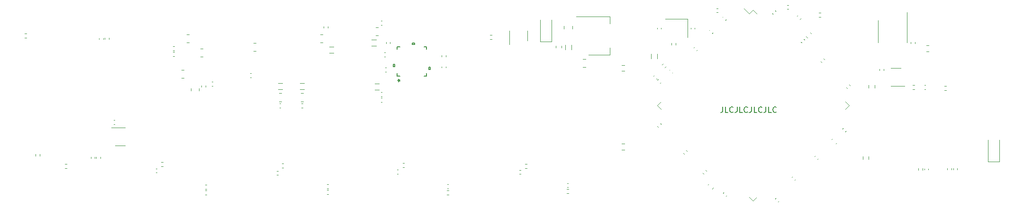
<source format=gbr>
%TF.GenerationSoftware,KiCad,Pcbnew,(5.1.8-0-10_14)*%
%TF.CreationDate,2021-02-06T10:55:23+01:00*%
%TF.ProjectId,PoundingSystem,506f756e-6469-46e6-9753-797374656d2e,rev?*%
%TF.SameCoordinates,Original*%
%TF.FileFunction,Legend,Top*%
%TF.FilePolarity,Positive*%
%FSLAX46Y46*%
G04 Gerber Fmt 4.6, Leading zero omitted, Abs format (unit mm)*
G04 Created by KiCad (PCBNEW (5.1.8-0-10_14)) date 2021-02-06 10:55:23*
%MOMM*%
%LPD*%
G01*
G04 APERTURE LIST*
%ADD10C,0.150000*%
%ADD11C,0.120000*%
%ADD12C,0.152400*%
G04 APERTURE END LIST*
D10*
X166180952Y-93272380D02*
X166180952Y-93986666D01*
X166133333Y-94129523D01*
X166038095Y-94224761D01*
X165895238Y-94272380D01*
X165800000Y-94272380D01*
X167133333Y-94272380D02*
X166657142Y-94272380D01*
X166657142Y-93272380D01*
X168038095Y-94177142D02*
X167990476Y-94224761D01*
X167847619Y-94272380D01*
X167752380Y-94272380D01*
X167609523Y-94224761D01*
X167514285Y-94129523D01*
X167466666Y-94034285D01*
X167419047Y-93843809D01*
X167419047Y-93700952D01*
X167466666Y-93510476D01*
X167514285Y-93415238D01*
X167609523Y-93320000D01*
X167752380Y-93272380D01*
X167847619Y-93272380D01*
X167990476Y-93320000D01*
X168038095Y-93367619D01*
X168752380Y-93272380D02*
X168752380Y-93986666D01*
X168704761Y-94129523D01*
X168609523Y-94224761D01*
X168466666Y-94272380D01*
X168371428Y-94272380D01*
X169704761Y-94272380D02*
X169228571Y-94272380D01*
X169228571Y-93272380D01*
X170609523Y-94177142D02*
X170561904Y-94224761D01*
X170419047Y-94272380D01*
X170323809Y-94272380D01*
X170180952Y-94224761D01*
X170085714Y-94129523D01*
X170038095Y-94034285D01*
X169990476Y-93843809D01*
X169990476Y-93700952D01*
X170038095Y-93510476D01*
X170085714Y-93415238D01*
X170180952Y-93320000D01*
X170323809Y-93272380D01*
X170419047Y-93272380D01*
X170561904Y-93320000D01*
X170609523Y-93367619D01*
X171323809Y-93272380D02*
X171323809Y-93986666D01*
X171276190Y-94129523D01*
X171180952Y-94224761D01*
X171038095Y-94272380D01*
X170942857Y-94272380D01*
X172276190Y-94272380D02*
X171800000Y-94272380D01*
X171800000Y-93272380D01*
X173180952Y-94177142D02*
X173133333Y-94224761D01*
X172990476Y-94272380D01*
X172895238Y-94272380D01*
X172752380Y-94224761D01*
X172657142Y-94129523D01*
X172609523Y-94034285D01*
X172561904Y-93843809D01*
X172561904Y-93700952D01*
X172609523Y-93510476D01*
X172657142Y-93415238D01*
X172752380Y-93320000D01*
X172895238Y-93272380D01*
X172990476Y-93272380D01*
X173133333Y-93320000D01*
X173180952Y-93367619D01*
X173895238Y-93272380D02*
X173895238Y-93986666D01*
X173847619Y-94129523D01*
X173752380Y-94224761D01*
X173609523Y-94272380D01*
X173514285Y-94272380D01*
X174847619Y-94272380D02*
X174371428Y-94272380D01*
X174371428Y-93272380D01*
X175752380Y-94177142D02*
X175704761Y-94224761D01*
X175561904Y-94272380D01*
X175466666Y-94272380D01*
X175323809Y-94224761D01*
X175228571Y-94129523D01*
X175180952Y-94034285D01*
X175133333Y-93843809D01*
X175133333Y-93700952D01*
X175180952Y-93510476D01*
X175228571Y-93415238D01*
X175323809Y-93320000D01*
X175466666Y-93272380D01*
X175561904Y-93272380D01*
X175704761Y-93320000D01*
X175752380Y-93367619D01*
D11*
%TO.C,R6*%
X203012258Y-83326500D02*
X202537742Y-83326500D01*
X203012258Y-82281500D02*
X202537742Y-82281500D01*
%TO.C,U2*%
X193965000Y-79750000D02*
X193965000Y-81700000D01*
X193965000Y-79750000D02*
X193965000Y-77800000D01*
X199085000Y-79750000D02*
X199085000Y-81700000D01*
X199085000Y-79750000D02*
X199085000Y-76300000D01*
%TO.C,C9*%
X199792000Y-81895836D02*
X199792000Y-81680164D01*
X200512000Y-81895836D02*
X200512000Y-81680164D01*
%TO.C,R37*%
X183356359Y-76390000D02*
X183663641Y-76390000D01*
X183356359Y-77150000D02*
X183663641Y-77150000D01*
%TO.C,R36*%
X155324659Y-85691940D02*
X155541940Y-85474659D01*
X155862060Y-86229341D02*
X156079341Y-86012060D01*
%TO.C,R35*%
X48953641Y-104230000D02*
X48646359Y-104230000D01*
X48953641Y-103470000D02*
X48646359Y-103470000D01*
%TO.C,R34*%
X41768641Y-80880000D02*
X41461359Y-80880000D01*
X41768641Y-80120000D02*
X41461359Y-80120000D01*
%TO.C,R5*%
X205796359Y-89570000D02*
X206103641Y-89570000D01*
X205796359Y-90330000D02*
X206103641Y-90330000D01*
%TO.C,C12*%
X157150307Y-87198810D02*
X157302810Y-87046307D01*
X156641190Y-86689693D02*
X156793693Y-86537190D01*
%TO.C,C67*%
X183871693Y-85280810D02*
X183719190Y-85128307D01*
X184380810Y-84771693D02*
X184228307Y-84619190D01*
%TO.C,C66*%
X188421693Y-89930810D02*
X188269190Y-89778307D01*
X188930810Y-89421693D02*
X188778307Y-89269190D01*
%TO.C,C64*%
X180321693Y-81780810D02*
X180169190Y-81628307D01*
X180830810Y-81271693D02*
X180678307Y-81119190D01*
%TO.C,C61*%
X175517718Y-76008601D02*
X175670221Y-76161104D01*
X175008601Y-76517718D02*
X175161104Y-76670221D01*
%TO.C,C14*%
X153955944Y-87612616D02*
X153803441Y-87765119D01*
X154465061Y-88121733D02*
X154312558Y-88274236D01*
%TO.C,C8*%
X161680810Y-83028307D02*
X161528307Y-83180810D01*
X161171693Y-82519190D02*
X161019190Y-82671693D01*
%TO.C,C7*%
X164420221Y-79938896D02*
X164267718Y-80091399D01*
X163911104Y-79429779D02*
X163758601Y-79582282D01*
%TO.C,C6*%
X155028307Y-96219190D02*
X155180810Y-96371693D01*
X154519190Y-96728307D02*
X154671693Y-96880810D01*
%TO.C,C5*%
X163117718Y-104608601D02*
X163270221Y-104761104D01*
X162608601Y-105117718D02*
X162761104Y-105270221D01*
%TO.C,C4*%
X166129779Y-77211104D02*
X166282282Y-77058601D01*
X166638896Y-77720221D02*
X166791399Y-77567718D01*
%TO.C,C3*%
X159638896Y-101079779D02*
X159791399Y-101232282D01*
X159129779Y-101588896D02*
X159282282Y-101741399D01*
%TO.C,U13*%
X170928249Y-76545625D02*
X169998403Y-75615780D01*
X171600000Y-75873874D02*
X170928249Y-76545625D01*
X172271751Y-76545625D02*
X171600000Y-75873874D01*
X188726126Y-93000000D02*
X188054375Y-93671751D01*
X188054375Y-92328249D02*
X188726126Y-93000000D01*
X154473874Y-93000000D02*
X155145625Y-92328249D01*
X155145625Y-93671751D02*
X154473874Y-93000000D01*
X171600000Y-110126126D02*
X172271751Y-109454375D01*
X170928249Y-109454375D02*
X171600000Y-110126126D01*
%TO.C,R16*%
X148637258Y-99877500D02*
X148162742Y-99877500D01*
X148637258Y-100922500D02*
X148162742Y-100922500D01*
%TO.C,C65*%
X179034131Y-106404134D02*
X179186634Y-106251631D01*
X178525014Y-105895017D02*
X178677517Y-105742514D01*
%TO.C,C63*%
X176041669Y-110261672D02*
X176194172Y-110109169D01*
X175532552Y-109752555D02*
X175685055Y-109600052D01*
%TO.C,C62*%
X183116889Y-102630515D02*
X183269392Y-102478012D01*
X182607772Y-102121398D02*
X182760275Y-101968895D01*
%TO.C,C60*%
X166728307Y-109230810D02*
X166880810Y-109078307D01*
X166219190Y-108721693D02*
X166371693Y-108569190D01*
%TO.C,C59*%
X188055412Y-97714557D02*
X188207915Y-97562054D01*
X187546295Y-97205440D02*
X187698798Y-97052937D01*
%TO.C,C58*%
X182010030Y-80138781D02*
X181811219Y-79939970D01*
X181288781Y-80860030D02*
X181089970Y-80661219D01*
%TO.C,C21*%
X165307836Y-75640000D02*
X165092164Y-75640000D01*
X165307836Y-76360000D02*
X165092164Y-76360000D01*
%TO.C,C15*%
X164261219Y-107960030D02*
X164460030Y-107761219D01*
X163539970Y-107238781D02*
X163738781Y-107039970D01*
%TO.C,C1*%
X141188748Y-84665000D02*
X141711252Y-84665000D01*
X141188748Y-86135000D02*
X141711252Y-86135000D01*
%TO.C,R15*%
X191227500Y-102662258D02*
X191227500Y-102187742D01*
X192272500Y-102662258D02*
X192272500Y-102187742D01*
%TO.C,R4*%
X193322500Y-89387742D02*
X193322500Y-89862258D01*
X192277500Y-89387742D02*
X192277500Y-89862258D01*
%TO.C,R3*%
X148637258Y-86822500D02*
X148162742Y-86822500D01*
X148637258Y-85777500D02*
X148162742Y-85777500D01*
D12*
%TO.C,U7*%
X107594101Y-85659689D02*
X107594101Y-86040689D01*
X107340101Y-85659689D02*
X107594101Y-85659689D01*
X107340101Y-86040689D02*
X107340101Y-85659689D01*
X107594101Y-86040689D02*
X107340101Y-86040689D01*
X110709563Y-82044101D02*
X110709563Y-81790101D01*
X111090563Y-82044101D02*
X110709563Y-82044101D01*
X111090563Y-81790101D02*
X111090563Y-82044101D01*
X110709563Y-81790101D02*
X111090563Y-81790101D01*
X113705899Y-86159815D02*
X113705899Y-86540815D01*
X113959899Y-86159815D02*
X113705899Y-86159815D01*
X113959899Y-86540815D02*
X113959899Y-86159815D01*
X113705899Y-86540815D02*
X113959899Y-86540815D01*
X108021100Y-87285181D02*
X108021100Y-87728900D01*
X108464819Y-82471100D02*
X108021100Y-82471100D01*
X113278900Y-82914819D02*
X113278900Y-82471100D01*
X112835181Y-87728900D02*
X113278900Y-87728900D01*
X108021100Y-87728900D02*
X108464819Y-87728900D01*
X108021100Y-82471100D02*
X108021100Y-82914819D01*
X113278900Y-82471100D02*
X112835181Y-82471100D01*
X113278900Y-87728900D02*
X113278900Y-87285181D01*
D11*
%TO.C,R33*%
X124891641Y-80422000D02*
X124584359Y-80422000D01*
X124891641Y-81182000D02*
X124584359Y-81182000D01*
%TO.C,R32*%
X72617000Y-89942936D02*
X72617000Y-90397064D01*
X71147000Y-89942936D02*
X71147000Y-90397064D01*
%TO.C,R31*%
X72821436Y-82831000D02*
X73275564Y-82831000D01*
X72821436Y-84301000D02*
X73275564Y-84301000D01*
%TO.C,R13*%
X70384936Y-80291000D02*
X70839064Y-80291000D01*
X70384936Y-81761000D02*
X70839064Y-81761000D01*
%TO.C,R12*%
X69926564Y-88111000D02*
X69472436Y-88111000D01*
X69926564Y-86641000D02*
X69472436Y-86641000D01*
%TO.C,C57*%
X73766000Y-89462164D02*
X73766000Y-89677836D01*
X73046000Y-89462164D02*
X73046000Y-89677836D01*
%TO.C,C56*%
X68179836Y-83164000D02*
X67964164Y-83164000D01*
X68179836Y-82444000D02*
X67964164Y-82444000D01*
%TO.C,C32*%
X67964164Y-83460000D02*
X68179836Y-83460000D01*
X67964164Y-84180000D02*
X68179836Y-84180000D01*
%TO.C,C19*%
X75065836Y-89514000D02*
X74850164Y-89514000D01*
X75065836Y-88794000D02*
X74850164Y-88794000D01*
%TO.C,FB7*%
X104807122Y-89090000D02*
X104007878Y-89090000D01*
X104807122Y-90210000D02*
X104007878Y-90210000D01*
%TO.C,C55*%
X105305836Y-91686000D02*
X105090164Y-91686000D01*
X105305836Y-92406000D02*
X105090164Y-92406000D01*
%TO.C,C54*%
X105305836Y-90670000D02*
X105090164Y-90670000D01*
X105305836Y-91390000D02*
X105090164Y-91390000D01*
%TO.C,R30*%
X201916000Y-104578641D02*
X201916000Y-104271359D01*
X201156000Y-104578641D02*
X201156000Y-104271359D01*
%TO.C,R29*%
X207080000Y-104553641D02*
X207080000Y-104246359D01*
X206320000Y-104553641D02*
X206320000Y-104246359D01*
%TO.C,C52*%
X202912000Y-104521836D02*
X202912000Y-104306164D01*
X202192000Y-104521836D02*
X202192000Y-104306164D01*
%TO.C,C51*%
X208087000Y-104485836D02*
X208087000Y-104270164D01*
X207367000Y-104485836D02*
X207367000Y-104270164D01*
%TO.C,U11*%
X196204000Y-89494000D02*
X198654000Y-89494000D01*
X198004000Y-86274000D02*
X196204000Y-86274000D01*
%TO.C,R27*%
X200146359Y-90155000D02*
X200453641Y-90155000D01*
X200146359Y-89395000D02*
X200453641Y-89395000D01*
%TO.C,C49*%
X202432836Y-89390000D02*
X202217164Y-89390000D01*
X202432836Y-90110000D02*
X202217164Y-90110000D01*
%TO.C,C48*%
X194924000Y-86721836D02*
X194924000Y-86506164D01*
X194204000Y-86721836D02*
X194204000Y-86506164D01*
%TO.C,U10*%
X59404000Y-96942000D02*
X56954000Y-96942000D01*
X57604000Y-100162000D02*
X59404000Y-100162000D01*
%TO.C,R26*%
X54230000Y-102208359D02*
X54230000Y-102515641D01*
X54990000Y-102208359D02*
X54990000Y-102515641D01*
%TO.C,R25*%
X56514000Y-81177641D02*
X56514000Y-80870359D01*
X55754000Y-81177641D02*
X55754000Y-80870359D01*
%TO.C,C47*%
X53262000Y-102254164D02*
X53262000Y-102469836D01*
X53982000Y-102254164D02*
X53982000Y-102469836D01*
%TO.C,C46*%
X55478000Y-81161836D02*
X55478000Y-80946164D01*
X54758000Y-81161836D02*
X54758000Y-80946164D01*
%TO.C,C45*%
X57539836Y-95652000D02*
X57324164Y-95652000D01*
X57539836Y-96372000D02*
X57324164Y-96372000D01*
%TO.C,C38*%
X138582836Y-106965000D02*
X138367164Y-106965000D01*
X138582836Y-107685000D02*
X138367164Y-107685000D01*
%TO.C,R24*%
X117203641Y-108205000D02*
X116896359Y-108205000D01*
X117203641Y-108965000D02*
X116896359Y-108965000D01*
%TO.C,R23*%
X95743641Y-108150000D02*
X95436359Y-108150000D01*
X95743641Y-108910000D02*
X95436359Y-108910000D01*
%TO.C,R22*%
X109283641Y-103315000D02*
X108976359Y-103315000D01*
X109283641Y-104075000D02*
X108976359Y-104075000D01*
%TO.C,R21*%
X87713641Y-103430000D02*
X87406359Y-103430000D01*
X87713641Y-104190000D02*
X87406359Y-104190000D01*
%TO.C,C44*%
X117157836Y-107175000D02*
X116942164Y-107175000D01*
X117157836Y-107895000D02*
X116942164Y-107895000D01*
%TO.C,C43*%
X95697836Y-107170000D02*
X95482164Y-107170000D01*
X95697836Y-107890000D02*
X95482164Y-107890000D01*
%TO.C,C42*%
X107972164Y-105250000D02*
X108187836Y-105250000D01*
X107972164Y-104530000D02*
X108187836Y-104530000D01*
%TO.C,C41*%
X86522164Y-104760000D02*
X86737836Y-104760000D01*
X86522164Y-105480000D02*
X86737836Y-105480000D01*
%TO.C,R20*%
X138628641Y-107970000D02*
X138321359Y-107970000D01*
X138628641Y-108730000D02*
X138321359Y-108730000D01*
%TO.C,R19*%
X131193641Y-103495000D02*
X130886359Y-103495000D01*
X131193641Y-104255000D02*
X130886359Y-104255000D01*
%TO.C,C37*%
X129862164Y-105320000D02*
X130077836Y-105320000D01*
X129862164Y-104600000D02*
X130077836Y-104600000D01*
%TO.C,R18*%
X73993641Y-108220000D02*
X73686359Y-108220000D01*
X73993641Y-108980000D02*
X73686359Y-108980000D01*
%TO.C,R17*%
X66165641Y-103164000D02*
X65858359Y-103164000D01*
X66165641Y-103924000D02*
X65858359Y-103924000D01*
%TO.C,C35*%
X73937836Y-107240000D02*
X73722164Y-107240000D01*
X73937836Y-107960000D02*
X73722164Y-107960000D01*
%TO.C,C34*%
X64882164Y-105030000D02*
X65097836Y-105030000D01*
X64882164Y-104310000D02*
X65097836Y-104310000D01*
%TO.C,C23*%
X177702164Y-75040000D02*
X177917836Y-75040000D01*
X177702164Y-75760000D02*
X177917836Y-75760000D01*
%TO.C,R14*%
X82777064Y-81815000D02*
X82322936Y-81815000D01*
X82777064Y-83285000D02*
X82322936Y-83285000D01*
%TO.C,D1*%
X213600000Y-103050000D02*
X213600000Y-99150000D01*
X215600000Y-103050000D02*
X215600000Y-99150000D01*
X213600000Y-103050000D02*
X215600000Y-103050000D01*
%TO.C,C20*%
X81708164Y-87990000D02*
X81923836Y-87990000D01*
X81708164Y-87270000D02*
X81923836Y-87270000D01*
%TO.C,C33*%
X105682164Y-84260000D02*
X105897836Y-84260000D01*
X105682164Y-83540000D02*
X105897836Y-83540000D01*
%TO.C,C31*%
X115960000Y-86042164D02*
X115960000Y-86257836D01*
X116680000Y-86042164D02*
X116680000Y-86257836D01*
%TO.C,C30*%
X106750000Y-81907836D02*
X106750000Y-81692164D01*
X106030000Y-81907836D02*
X106030000Y-81692164D01*
%TO.C,C29*%
X116690000Y-84247836D02*
X116690000Y-84032164D01*
X115970000Y-84247836D02*
X115970000Y-84032164D01*
%TO.C,C22*%
X106083836Y-86250000D02*
X105868164Y-86250000D01*
X106083836Y-86970000D02*
X105868164Y-86970000D01*
%TO.C,R11*%
X43420000Y-102063641D02*
X43420000Y-101756359D01*
X44180000Y-102063641D02*
X44180000Y-101756359D01*
%TO.C,R10*%
X87347064Y-90825000D02*
X86892936Y-90825000D01*
X87347064Y-92295000D02*
X86892936Y-92295000D01*
%TO.C,R9*%
X90792936Y-92295000D02*
X91247064Y-92295000D01*
X90792936Y-90825000D02*
X91247064Y-90825000D01*
%TO.C,R8*%
X104621064Y-79021000D02*
X104166936Y-79021000D01*
X104621064Y-80491000D02*
X104166936Y-80491000D01*
%TO.C,R7*%
X94715064Y-81761000D02*
X94260936Y-81761000D01*
X94715064Y-80291000D02*
X94260936Y-80291000D01*
%TO.C,FB6*%
X91419622Y-89000000D02*
X90620378Y-89000000D01*
X91419622Y-90120000D02*
X90620378Y-90120000D01*
%TO.C,FB5*%
X86720378Y-90120000D02*
X87519622Y-90120000D01*
X86720378Y-89000000D02*
X87519622Y-89000000D01*
%TO.C,FB4*%
X96665622Y-83618000D02*
X95866378Y-83618000D01*
X96665622Y-82498000D02*
X95866378Y-82498000D01*
%TO.C,FB3*%
X103439878Y-82348000D02*
X104239122Y-82348000D01*
X103439878Y-81228000D02*
X104239122Y-81228000D01*
%TO.C,C27*%
X91127836Y-92700000D02*
X90912164Y-92700000D01*
X91127836Y-93420000D02*
X90912164Y-93420000D01*
%TO.C,C26*%
X86992164Y-93420000D02*
X87207836Y-93420000D01*
X86992164Y-92700000D02*
X87207836Y-92700000D01*
%TO.C,C25*%
X94890000Y-78886164D02*
X94890000Y-79101836D01*
X95610000Y-78886164D02*
X95610000Y-79101836D01*
%TO.C,C24*%
X105291836Y-77872000D02*
X105076164Y-77872000D01*
X105291836Y-78592000D02*
X105076164Y-78592000D01*
%TO.C,U3*%
X131310000Y-81400000D02*
X131310000Y-79600000D01*
X128090000Y-79600000D02*
X128090000Y-82050000D01*
%TO.C,D2*%
X133600000Y-81580000D02*
X133600000Y-77680000D01*
X135600000Y-81580000D02*
X135600000Y-77680000D01*
X133600000Y-81580000D02*
X135600000Y-81580000D01*
%TO.C,C2*%
X139289000Y-79321252D02*
X139289000Y-78798748D01*
X137819000Y-79321252D02*
X137819000Y-78798748D01*
%TO.C,C13*%
X154663051Y-88319721D02*
X154510548Y-88472224D01*
X155172168Y-88828838D02*
X155019665Y-88981341D01*
%TO.C,C16*%
X186361219Y-99860030D02*
X186560030Y-99661219D01*
X185639970Y-99138781D02*
X185838781Y-98939970D01*
%TO.C,C17*%
X160472754Y-79084574D02*
X160472754Y-79300246D01*
X161192754Y-79084574D02*
X161192754Y-79300246D01*
%TO.C,C18*%
X155192754Y-79300246D02*
X155192754Y-79084574D01*
X154472754Y-79300246D02*
X154472754Y-79084574D01*
%TO.C,F1*%
X137354000Y-82645279D02*
X137354000Y-82319721D01*
X136334000Y-82645279D02*
X136334000Y-82319721D01*
%TO.C,FB1*%
X139164000Y-82999622D02*
X139164000Y-82200378D01*
X138044000Y-82999622D02*
X138044000Y-82200378D01*
%TO.C,FB2*%
X154460000Y-84599622D02*
X154460000Y-83800378D01*
X153340000Y-84599622D02*
X153340000Y-83800378D01*
%TO.C,HSE1*%
X159882754Y-77542410D02*
X155882754Y-77542410D01*
X159882754Y-80842410D02*
X159882754Y-77542410D01*
%TO.C,R1*%
X179967911Y-77577437D02*
X180185192Y-77360156D01*
X179430510Y-77040036D02*
X179647791Y-76822755D01*
%TO.C,R2*%
X157762182Y-82123455D02*
X157762182Y-81816173D01*
X157002182Y-82123455D02*
X157002182Y-81816173D01*
%TO.C,U1*%
X139964000Y-77110000D02*
X145974000Y-77110000D01*
X142214000Y-83930000D02*
X145974000Y-83930000D01*
X145974000Y-77110000D02*
X145974000Y-78370000D01*
X145974000Y-83930000D02*
X145974000Y-82670000D01*
%TD*%
%TO.C,U7*%
D10*
X108101876Y-88536900D02*
X108339972Y-88536900D01*
X108244734Y-88774995D02*
X108339972Y-88536900D01*
X108244734Y-88298804D01*
X108530448Y-88679757D02*
X108339972Y-88536900D01*
X108530448Y-88394042D01*
X108101876Y-88536900D02*
X108339972Y-88536900D01*
X108244734Y-88774995D02*
X108339972Y-88536900D01*
X108244734Y-88298804D01*
X108530448Y-88679757D02*
X108339972Y-88536900D01*
X108530448Y-88394042D01*
%TD*%
M02*

</source>
